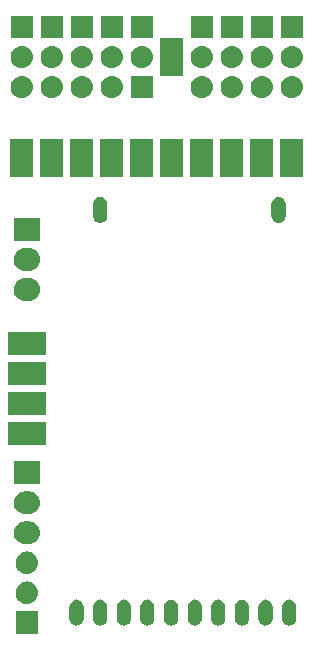
<source format=gbr>
G04 #@! TF.FileFunction,Soldermask,Bot*
%FSLAX46Y46*%
G04 Gerber Fmt 4.6, Leading zero omitted, Abs format (unit mm)*
G04 Created by KiCad (PCBNEW (2016-11-06 revision 9ab7cfe)-master) date Tue Jan 10 10:26:56 2017*
%MOMM*%
%LPD*%
G01*
G04 APERTURE LIST*
%ADD10C,0.100000*%
G04 APERTURE END LIST*
D10*
G36*
X95360000Y-106870000D02*
X93460000Y-106870000D01*
X93460000Y-104970000D01*
X95360000Y-104970000D01*
X95360000Y-106870000D01*
X95360000Y-106870000D01*
G37*
G36*
X98730549Y-103966918D02*
X98730572Y-103966925D01*
X98730647Y-103966933D01*
X98842509Y-104001560D01*
X98945516Y-104057255D01*
X99035742Y-104131897D01*
X99109753Y-104222643D01*
X99164728Y-104326036D01*
X99198573Y-104438137D01*
X99210000Y-104554678D01*
X99210000Y-105565397D01*
X99209974Y-105569104D01*
X99209942Y-105573699D01*
X99196889Y-105690069D01*
X99161481Y-105801687D01*
X99105068Y-105904302D01*
X99029798Y-105994006D01*
X98938538Y-106067381D01*
X98834764Y-106121632D01*
X98722429Y-106154694D01*
X98722368Y-106154700D01*
X98722339Y-106154708D01*
X98605816Y-106165312D01*
X98489451Y-106153082D01*
X98489428Y-106153075D01*
X98489353Y-106153067D01*
X98377491Y-106118440D01*
X98274484Y-106062745D01*
X98184258Y-105988103D01*
X98110247Y-105897357D01*
X98055272Y-105793964D01*
X98021427Y-105681863D01*
X98010000Y-105565322D01*
X98010000Y-104554603D01*
X98010030Y-104550356D01*
X98010058Y-104546301D01*
X98023111Y-104429931D01*
X98058519Y-104318313D01*
X98114932Y-104215698D01*
X98190202Y-104125994D01*
X98281462Y-104052619D01*
X98385236Y-103998368D01*
X98497571Y-103965306D01*
X98497632Y-103965300D01*
X98497661Y-103965292D01*
X98614184Y-103954688D01*
X98730549Y-103966918D01*
X98730549Y-103966918D01*
G37*
G36*
X116730549Y-103966918D02*
X116730572Y-103966925D01*
X116730647Y-103966933D01*
X116842509Y-104001560D01*
X116945516Y-104057255D01*
X117035742Y-104131897D01*
X117109753Y-104222643D01*
X117164728Y-104326036D01*
X117198573Y-104438137D01*
X117210000Y-104554678D01*
X117210000Y-105565397D01*
X117209974Y-105569104D01*
X117209942Y-105573699D01*
X117196889Y-105690069D01*
X117161481Y-105801687D01*
X117105068Y-105904302D01*
X117029798Y-105994006D01*
X116938538Y-106067381D01*
X116834764Y-106121632D01*
X116722429Y-106154694D01*
X116722368Y-106154700D01*
X116722339Y-106154708D01*
X116605816Y-106165312D01*
X116489451Y-106153082D01*
X116489428Y-106153075D01*
X116489353Y-106153067D01*
X116377491Y-106118440D01*
X116274484Y-106062745D01*
X116184258Y-105988103D01*
X116110247Y-105897357D01*
X116055272Y-105793964D01*
X116021427Y-105681863D01*
X116010000Y-105565322D01*
X116010000Y-104554603D01*
X116010030Y-104550356D01*
X116010058Y-104546301D01*
X116023111Y-104429931D01*
X116058519Y-104318313D01*
X116114932Y-104215698D01*
X116190202Y-104125994D01*
X116281462Y-104052619D01*
X116385236Y-103998368D01*
X116497571Y-103965306D01*
X116497632Y-103965300D01*
X116497661Y-103965292D01*
X116614184Y-103954688D01*
X116730549Y-103966918D01*
X116730549Y-103966918D01*
G37*
G36*
X114730549Y-103966918D02*
X114730572Y-103966925D01*
X114730647Y-103966933D01*
X114842509Y-104001560D01*
X114945516Y-104057255D01*
X115035742Y-104131897D01*
X115109753Y-104222643D01*
X115164728Y-104326036D01*
X115198573Y-104438137D01*
X115210000Y-104554678D01*
X115210000Y-105565397D01*
X115209974Y-105569104D01*
X115209942Y-105573699D01*
X115196889Y-105690069D01*
X115161481Y-105801687D01*
X115105068Y-105904302D01*
X115029798Y-105994006D01*
X114938538Y-106067381D01*
X114834764Y-106121632D01*
X114722429Y-106154694D01*
X114722368Y-106154700D01*
X114722339Y-106154708D01*
X114605816Y-106165312D01*
X114489451Y-106153082D01*
X114489428Y-106153075D01*
X114489353Y-106153067D01*
X114377491Y-106118440D01*
X114274484Y-106062745D01*
X114184258Y-105988103D01*
X114110247Y-105897357D01*
X114055272Y-105793964D01*
X114021427Y-105681863D01*
X114010000Y-105565322D01*
X114010000Y-104554603D01*
X114010030Y-104550356D01*
X114010058Y-104546301D01*
X114023111Y-104429931D01*
X114058519Y-104318313D01*
X114114932Y-104215698D01*
X114190202Y-104125994D01*
X114281462Y-104052619D01*
X114385236Y-103998368D01*
X114497571Y-103965306D01*
X114497632Y-103965300D01*
X114497661Y-103965292D01*
X114614184Y-103954688D01*
X114730549Y-103966918D01*
X114730549Y-103966918D01*
G37*
G36*
X112730549Y-103966918D02*
X112730572Y-103966925D01*
X112730647Y-103966933D01*
X112842509Y-104001560D01*
X112945516Y-104057255D01*
X113035742Y-104131897D01*
X113109753Y-104222643D01*
X113164728Y-104326036D01*
X113198573Y-104438137D01*
X113210000Y-104554678D01*
X113210000Y-105565397D01*
X113209974Y-105569104D01*
X113209942Y-105573699D01*
X113196889Y-105690069D01*
X113161481Y-105801687D01*
X113105068Y-105904302D01*
X113029798Y-105994006D01*
X112938538Y-106067381D01*
X112834764Y-106121632D01*
X112722429Y-106154694D01*
X112722368Y-106154700D01*
X112722339Y-106154708D01*
X112605816Y-106165312D01*
X112489451Y-106153082D01*
X112489428Y-106153075D01*
X112489353Y-106153067D01*
X112377491Y-106118440D01*
X112274484Y-106062745D01*
X112184258Y-105988103D01*
X112110247Y-105897357D01*
X112055272Y-105793964D01*
X112021427Y-105681863D01*
X112010000Y-105565322D01*
X112010000Y-104554603D01*
X112010030Y-104550356D01*
X112010058Y-104546301D01*
X112023111Y-104429931D01*
X112058519Y-104318313D01*
X112114932Y-104215698D01*
X112190202Y-104125994D01*
X112281462Y-104052619D01*
X112385236Y-103998368D01*
X112497571Y-103965306D01*
X112497632Y-103965300D01*
X112497661Y-103965292D01*
X112614184Y-103954688D01*
X112730549Y-103966918D01*
X112730549Y-103966918D01*
G37*
G36*
X110730549Y-103966918D02*
X110730572Y-103966925D01*
X110730647Y-103966933D01*
X110842509Y-104001560D01*
X110945516Y-104057255D01*
X111035742Y-104131897D01*
X111109753Y-104222643D01*
X111164728Y-104326036D01*
X111198573Y-104438137D01*
X111210000Y-104554678D01*
X111210000Y-105565397D01*
X111209974Y-105569104D01*
X111209942Y-105573699D01*
X111196889Y-105690069D01*
X111161481Y-105801687D01*
X111105068Y-105904302D01*
X111029798Y-105994006D01*
X110938538Y-106067381D01*
X110834764Y-106121632D01*
X110722429Y-106154694D01*
X110722368Y-106154700D01*
X110722339Y-106154708D01*
X110605816Y-106165312D01*
X110489451Y-106153082D01*
X110489428Y-106153075D01*
X110489353Y-106153067D01*
X110377491Y-106118440D01*
X110274484Y-106062745D01*
X110184258Y-105988103D01*
X110110247Y-105897357D01*
X110055272Y-105793964D01*
X110021427Y-105681863D01*
X110010000Y-105565322D01*
X110010000Y-104554603D01*
X110010030Y-104550356D01*
X110010058Y-104546301D01*
X110023111Y-104429931D01*
X110058519Y-104318313D01*
X110114932Y-104215698D01*
X110190202Y-104125994D01*
X110281462Y-104052619D01*
X110385236Y-103998368D01*
X110497571Y-103965306D01*
X110497632Y-103965300D01*
X110497661Y-103965292D01*
X110614184Y-103954688D01*
X110730549Y-103966918D01*
X110730549Y-103966918D01*
G37*
G36*
X106730549Y-103966918D02*
X106730572Y-103966925D01*
X106730647Y-103966933D01*
X106842509Y-104001560D01*
X106945516Y-104057255D01*
X107035742Y-104131897D01*
X107109753Y-104222643D01*
X107164728Y-104326036D01*
X107198573Y-104438137D01*
X107210000Y-104554678D01*
X107210000Y-105565397D01*
X107209974Y-105569104D01*
X107209942Y-105573699D01*
X107196889Y-105690069D01*
X107161481Y-105801687D01*
X107105068Y-105904302D01*
X107029798Y-105994006D01*
X106938538Y-106067381D01*
X106834764Y-106121632D01*
X106722429Y-106154694D01*
X106722368Y-106154700D01*
X106722339Y-106154708D01*
X106605816Y-106165312D01*
X106489451Y-106153082D01*
X106489428Y-106153075D01*
X106489353Y-106153067D01*
X106377491Y-106118440D01*
X106274484Y-106062745D01*
X106184258Y-105988103D01*
X106110247Y-105897357D01*
X106055272Y-105793964D01*
X106021427Y-105681863D01*
X106010000Y-105565322D01*
X106010000Y-104554603D01*
X106010030Y-104550356D01*
X106010058Y-104546301D01*
X106023111Y-104429931D01*
X106058519Y-104318313D01*
X106114932Y-104215698D01*
X106190202Y-104125994D01*
X106281462Y-104052619D01*
X106385236Y-103998368D01*
X106497571Y-103965306D01*
X106497632Y-103965300D01*
X106497661Y-103965292D01*
X106614184Y-103954688D01*
X106730549Y-103966918D01*
X106730549Y-103966918D01*
G37*
G36*
X104730549Y-103966918D02*
X104730572Y-103966925D01*
X104730647Y-103966933D01*
X104842509Y-104001560D01*
X104945516Y-104057255D01*
X105035742Y-104131897D01*
X105109753Y-104222643D01*
X105164728Y-104326036D01*
X105198573Y-104438137D01*
X105210000Y-104554678D01*
X105210000Y-105565397D01*
X105209974Y-105569104D01*
X105209942Y-105573699D01*
X105196889Y-105690069D01*
X105161481Y-105801687D01*
X105105068Y-105904302D01*
X105029798Y-105994006D01*
X104938538Y-106067381D01*
X104834764Y-106121632D01*
X104722429Y-106154694D01*
X104722368Y-106154700D01*
X104722339Y-106154708D01*
X104605816Y-106165312D01*
X104489451Y-106153082D01*
X104489428Y-106153075D01*
X104489353Y-106153067D01*
X104377491Y-106118440D01*
X104274484Y-106062745D01*
X104184258Y-105988103D01*
X104110247Y-105897357D01*
X104055272Y-105793964D01*
X104021427Y-105681863D01*
X104010000Y-105565322D01*
X104010000Y-104554603D01*
X104010030Y-104550356D01*
X104010058Y-104546301D01*
X104023111Y-104429931D01*
X104058519Y-104318313D01*
X104114932Y-104215698D01*
X104190202Y-104125994D01*
X104281462Y-104052619D01*
X104385236Y-103998368D01*
X104497571Y-103965306D01*
X104497632Y-103965300D01*
X104497661Y-103965292D01*
X104614184Y-103954688D01*
X104730549Y-103966918D01*
X104730549Y-103966918D01*
G37*
G36*
X102730549Y-103966918D02*
X102730572Y-103966925D01*
X102730647Y-103966933D01*
X102842509Y-104001560D01*
X102945516Y-104057255D01*
X103035742Y-104131897D01*
X103109753Y-104222643D01*
X103164728Y-104326036D01*
X103198573Y-104438137D01*
X103210000Y-104554678D01*
X103210000Y-105565397D01*
X103209974Y-105569104D01*
X103209942Y-105573699D01*
X103196889Y-105690069D01*
X103161481Y-105801687D01*
X103105068Y-105904302D01*
X103029798Y-105994006D01*
X102938538Y-106067381D01*
X102834764Y-106121632D01*
X102722429Y-106154694D01*
X102722368Y-106154700D01*
X102722339Y-106154708D01*
X102605816Y-106165312D01*
X102489451Y-106153082D01*
X102489428Y-106153075D01*
X102489353Y-106153067D01*
X102377491Y-106118440D01*
X102274484Y-106062745D01*
X102184258Y-105988103D01*
X102110247Y-105897357D01*
X102055272Y-105793964D01*
X102021427Y-105681863D01*
X102010000Y-105565322D01*
X102010000Y-104554603D01*
X102010030Y-104550356D01*
X102010058Y-104546301D01*
X102023111Y-104429931D01*
X102058519Y-104318313D01*
X102114932Y-104215698D01*
X102190202Y-104125994D01*
X102281462Y-104052619D01*
X102385236Y-103998368D01*
X102497571Y-103965306D01*
X102497632Y-103965300D01*
X102497661Y-103965292D01*
X102614184Y-103954688D01*
X102730549Y-103966918D01*
X102730549Y-103966918D01*
G37*
G36*
X108730549Y-103966918D02*
X108730572Y-103966925D01*
X108730647Y-103966933D01*
X108842509Y-104001560D01*
X108945516Y-104057255D01*
X109035742Y-104131897D01*
X109109753Y-104222643D01*
X109164728Y-104326036D01*
X109198573Y-104438137D01*
X109210000Y-104554678D01*
X109210000Y-105565397D01*
X109209974Y-105569104D01*
X109209942Y-105573699D01*
X109196889Y-105690069D01*
X109161481Y-105801687D01*
X109105068Y-105904302D01*
X109029798Y-105994006D01*
X108938538Y-106067381D01*
X108834764Y-106121632D01*
X108722429Y-106154694D01*
X108722368Y-106154700D01*
X108722339Y-106154708D01*
X108605816Y-106165312D01*
X108489451Y-106153082D01*
X108489428Y-106153075D01*
X108489353Y-106153067D01*
X108377491Y-106118440D01*
X108274484Y-106062745D01*
X108184258Y-105988103D01*
X108110247Y-105897357D01*
X108055272Y-105793964D01*
X108021427Y-105681863D01*
X108010000Y-105565322D01*
X108010000Y-104554603D01*
X108010030Y-104550356D01*
X108010058Y-104546301D01*
X108023111Y-104429931D01*
X108058519Y-104318313D01*
X108114932Y-104215698D01*
X108190202Y-104125994D01*
X108281462Y-104052619D01*
X108385236Y-103998368D01*
X108497571Y-103965306D01*
X108497632Y-103965300D01*
X108497661Y-103965292D01*
X108614184Y-103954688D01*
X108730549Y-103966918D01*
X108730549Y-103966918D01*
G37*
G36*
X100730549Y-103966918D02*
X100730572Y-103966925D01*
X100730647Y-103966933D01*
X100842509Y-104001560D01*
X100945516Y-104057255D01*
X101035742Y-104131897D01*
X101109753Y-104222643D01*
X101164728Y-104326036D01*
X101198573Y-104438137D01*
X101210000Y-104554678D01*
X101210000Y-105565397D01*
X101209974Y-105569104D01*
X101209942Y-105573699D01*
X101196889Y-105690069D01*
X101161481Y-105801687D01*
X101105068Y-105904302D01*
X101029798Y-105994006D01*
X100938538Y-106067381D01*
X100834764Y-106121632D01*
X100722429Y-106154694D01*
X100722368Y-106154700D01*
X100722339Y-106154708D01*
X100605816Y-106165312D01*
X100489451Y-106153082D01*
X100489428Y-106153075D01*
X100489353Y-106153067D01*
X100377491Y-106118440D01*
X100274484Y-106062745D01*
X100184258Y-105988103D01*
X100110247Y-105897357D01*
X100055272Y-105793964D01*
X100021427Y-105681863D01*
X100010000Y-105565322D01*
X100010000Y-104554603D01*
X100010030Y-104550356D01*
X100010058Y-104546301D01*
X100023111Y-104429931D01*
X100058519Y-104318313D01*
X100114932Y-104215698D01*
X100190202Y-104125994D01*
X100281462Y-104052619D01*
X100385236Y-103998368D01*
X100497571Y-103965306D01*
X100497632Y-103965300D01*
X100497661Y-103965292D01*
X100614184Y-103954688D01*
X100730549Y-103966918D01*
X100730549Y-103966918D01*
G37*
G36*
X94423805Y-102430064D02*
X94423810Y-102430065D01*
X94427861Y-102430093D01*
X94612113Y-102450760D01*
X94788842Y-102506821D01*
X94951316Y-102596142D01*
X95093346Y-102715320D01*
X95209523Y-102859815D01*
X95295422Y-103024124D01*
X95347770Y-103201988D01*
X95347776Y-103202049D01*
X95347784Y-103202078D01*
X95364578Y-103386627D01*
X95345208Y-103570926D01*
X95345201Y-103570949D01*
X95345193Y-103571024D01*
X95290367Y-103748140D01*
X95202183Y-103911233D01*
X95083999Y-104054092D01*
X94940319Y-104171275D01*
X94776614Y-104258319D01*
X94599120Y-104311907D01*
X94414597Y-104330000D01*
X94405328Y-104330000D01*
X94396195Y-104329936D01*
X94396190Y-104329935D01*
X94392139Y-104329907D01*
X94207887Y-104309240D01*
X94031158Y-104253179D01*
X93868684Y-104163858D01*
X93726654Y-104044680D01*
X93610477Y-103900185D01*
X93524578Y-103735876D01*
X93472230Y-103558012D01*
X93472224Y-103557951D01*
X93472216Y-103557922D01*
X93455422Y-103373373D01*
X93474792Y-103189074D01*
X93474799Y-103189051D01*
X93474807Y-103188976D01*
X93529633Y-103011860D01*
X93617817Y-102848767D01*
X93736001Y-102705908D01*
X93879681Y-102588725D01*
X94043386Y-102501681D01*
X94220880Y-102448093D01*
X94405403Y-102430000D01*
X94414672Y-102430000D01*
X94423805Y-102430064D01*
X94423805Y-102430064D01*
G37*
G36*
X94423805Y-99890064D02*
X94423810Y-99890065D01*
X94427861Y-99890093D01*
X94612113Y-99910760D01*
X94788842Y-99966821D01*
X94951316Y-100056142D01*
X95093346Y-100175320D01*
X95209523Y-100319815D01*
X95295422Y-100484124D01*
X95347770Y-100661988D01*
X95347776Y-100662049D01*
X95347784Y-100662078D01*
X95364578Y-100846627D01*
X95345208Y-101030926D01*
X95345201Y-101030949D01*
X95345193Y-101031024D01*
X95290367Y-101208140D01*
X95202183Y-101371233D01*
X95083999Y-101514092D01*
X94940319Y-101631275D01*
X94776614Y-101718319D01*
X94599120Y-101771907D01*
X94414597Y-101790000D01*
X94405328Y-101790000D01*
X94396195Y-101789936D01*
X94396190Y-101789935D01*
X94392139Y-101789907D01*
X94207887Y-101769240D01*
X94031158Y-101713179D01*
X93868684Y-101623858D01*
X93726654Y-101504680D01*
X93610477Y-101360185D01*
X93524578Y-101195876D01*
X93472230Y-101018012D01*
X93472224Y-101017951D01*
X93472216Y-101017922D01*
X93455422Y-100833373D01*
X93474792Y-100649074D01*
X93474799Y-100649051D01*
X93474807Y-100648976D01*
X93529633Y-100471860D01*
X93617817Y-100308767D01*
X93736001Y-100165908D01*
X93879681Y-100048725D01*
X94043386Y-99961681D01*
X94220880Y-99908093D01*
X94405403Y-99890000D01*
X94414672Y-99890000D01*
X94423805Y-99890064D01*
X94423805Y-99890064D01*
G37*
G36*
X94577196Y-97336465D02*
X94577202Y-97336466D01*
X94581254Y-97336494D01*
X94768144Y-97357457D01*
X94947402Y-97414321D01*
X95112202Y-97504921D01*
X95256266Y-97625804D01*
X95374106Y-97772368D01*
X95461234Y-97939029D01*
X95514332Y-98119439D01*
X95514338Y-98119500D01*
X95514346Y-98119529D01*
X95531381Y-98306722D01*
X95511733Y-98493662D01*
X95511727Y-98493681D01*
X95511719Y-98493759D01*
X95456107Y-98673410D01*
X95366661Y-98838838D01*
X95246786Y-98983742D01*
X95101048Y-99102603D01*
X94934999Y-99190893D01*
X94754964Y-99245248D01*
X94567800Y-99263600D01*
X94252130Y-99263600D01*
X94242804Y-99263535D01*
X94242798Y-99263534D01*
X94238746Y-99263506D01*
X94051856Y-99242543D01*
X93872598Y-99185679D01*
X93707798Y-99095079D01*
X93563734Y-98974196D01*
X93445894Y-98827632D01*
X93358766Y-98660971D01*
X93305668Y-98480561D01*
X93305662Y-98480500D01*
X93305654Y-98480471D01*
X93288619Y-98293278D01*
X93308267Y-98106338D01*
X93308273Y-98106319D01*
X93308281Y-98106241D01*
X93363893Y-97926590D01*
X93453339Y-97761162D01*
X93573214Y-97616258D01*
X93718952Y-97497397D01*
X93885001Y-97409107D01*
X94065036Y-97354752D01*
X94252200Y-97336400D01*
X94567870Y-97336400D01*
X94577196Y-97336465D01*
X94577196Y-97336465D01*
G37*
G36*
X94577196Y-94796465D02*
X94577202Y-94796466D01*
X94581254Y-94796494D01*
X94768144Y-94817457D01*
X94947402Y-94874321D01*
X95112202Y-94964921D01*
X95256266Y-95085804D01*
X95374106Y-95232368D01*
X95461234Y-95399029D01*
X95514332Y-95579439D01*
X95514338Y-95579500D01*
X95514346Y-95579529D01*
X95531381Y-95766722D01*
X95511733Y-95953662D01*
X95511727Y-95953681D01*
X95511719Y-95953759D01*
X95456107Y-96133410D01*
X95366661Y-96298838D01*
X95246786Y-96443742D01*
X95101048Y-96562603D01*
X94934999Y-96650893D01*
X94754964Y-96705248D01*
X94567800Y-96723600D01*
X94252130Y-96723600D01*
X94242804Y-96723535D01*
X94242798Y-96723534D01*
X94238746Y-96723506D01*
X94051856Y-96702543D01*
X93872598Y-96645679D01*
X93707798Y-96555079D01*
X93563734Y-96434196D01*
X93445894Y-96287632D01*
X93358766Y-96120971D01*
X93305668Y-95940561D01*
X93305662Y-95940500D01*
X93305654Y-95940471D01*
X93288619Y-95753278D01*
X93308267Y-95566338D01*
X93308273Y-95566319D01*
X93308281Y-95566241D01*
X93363893Y-95386590D01*
X93453339Y-95221162D01*
X93573214Y-95076258D01*
X93718952Y-94957397D01*
X93885001Y-94869107D01*
X94065036Y-94814752D01*
X94252200Y-94796400D01*
X94567870Y-94796400D01*
X94577196Y-94796465D01*
X94577196Y-94796465D01*
G37*
G36*
X95526000Y-94183600D02*
X93294000Y-94183600D01*
X93294000Y-92256400D01*
X95526000Y-92256400D01*
X95526000Y-94183600D01*
X95526000Y-94183600D01*
G37*
G36*
X96010000Y-90863600D02*
X92810000Y-90863600D01*
X92810000Y-88936400D01*
X96010000Y-88936400D01*
X96010000Y-90863600D01*
X96010000Y-90863600D01*
G37*
G36*
X96010000Y-88323600D02*
X92810000Y-88323600D01*
X92810000Y-86396400D01*
X96010000Y-86396400D01*
X96010000Y-88323600D01*
X96010000Y-88323600D01*
G37*
G36*
X96010000Y-85783600D02*
X92810000Y-85783600D01*
X92810000Y-83856400D01*
X96010000Y-83856400D01*
X96010000Y-85783600D01*
X96010000Y-85783600D01*
G37*
G36*
X96010000Y-83243600D02*
X92810000Y-83243600D01*
X92810000Y-81316400D01*
X96010000Y-81316400D01*
X96010000Y-83243600D01*
X96010000Y-83243600D01*
G37*
G36*
X94577196Y-76736465D02*
X94577202Y-76736466D01*
X94581254Y-76736494D01*
X94768144Y-76757457D01*
X94947402Y-76814321D01*
X95112202Y-76904921D01*
X95256266Y-77025804D01*
X95374106Y-77172368D01*
X95461234Y-77339029D01*
X95514332Y-77519439D01*
X95514338Y-77519500D01*
X95514346Y-77519529D01*
X95531381Y-77706722D01*
X95511733Y-77893662D01*
X95511727Y-77893681D01*
X95511719Y-77893759D01*
X95456107Y-78073410D01*
X95366661Y-78238838D01*
X95246786Y-78383742D01*
X95101048Y-78502603D01*
X94934999Y-78590893D01*
X94754964Y-78645248D01*
X94567800Y-78663600D01*
X94252130Y-78663600D01*
X94242804Y-78663535D01*
X94242798Y-78663534D01*
X94238746Y-78663506D01*
X94051856Y-78642543D01*
X93872598Y-78585679D01*
X93707798Y-78495079D01*
X93563734Y-78374196D01*
X93445894Y-78227632D01*
X93358766Y-78060971D01*
X93305668Y-77880561D01*
X93305662Y-77880500D01*
X93305654Y-77880471D01*
X93288619Y-77693278D01*
X93308267Y-77506338D01*
X93308273Y-77506319D01*
X93308281Y-77506241D01*
X93363893Y-77326590D01*
X93453339Y-77161162D01*
X93573214Y-77016258D01*
X93718952Y-76897397D01*
X93885001Y-76809107D01*
X94065036Y-76754752D01*
X94252200Y-76736400D01*
X94567870Y-76736400D01*
X94577196Y-76736465D01*
X94577196Y-76736465D01*
G37*
G36*
X94577196Y-74196465D02*
X94577202Y-74196466D01*
X94581254Y-74196494D01*
X94768144Y-74217457D01*
X94947402Y-74274321D01*
X95112202Y-74364921D01*
X95256266Y-74485804D01*
X95374106Y-74632368D01*
X95461234Y-74799029D01*
X95514332Y-74979439D01*
X95514338Y-74979500D01*
X95514346Y-74979529D01*
X95531381Y-75166722D01*
X95511733Y-75353662D01*
X95511727Y-75353681D01*
X95511719Y-75353759D01*
X95456107Y-75533410D01*
X95366661Y-75698838D01*
X95246786Y-75843742D01*
X95101048Y-75962603D01*
X94934999Y-76050893D01*
X94754964Y-76105248D01*
X94567800Y-76123600D01*
X94252130Y-76123600D01*
X94242804Y-76123535D01*
X94242798Y-76123534D01*
X94238746Y-76123506D01*
X94051856Y-76102543D01*
X93872598Y-76045679D01*
X93707798Y-75955079D01*
X93563734Y-75834196D01*
X93445894Y-75687632D01*
X93358766Y-75520971D01*
X93305668Y-75340561D01*
X93305662Y-75340500D01*
X93305654Y-75340471D01*
X93288619Y-75153278D01*
X93308267Y-74966338D01*
X93308273Y-74966319D01*
X93308281Y-74966241D01*
X93363893Y-74786590D01*
X93453339Y-74621162D01*
X93573214Y-74476258D01*
X93718952Y-74357397D01*
X93885001Y-74269107D01*
X94065036Y-74214752D01*
X94252200Y-74196400D01*
X94567870Y-74196400D01*
X94577196Y-74196465D01*
X94577196Y-74196465D01*
G37*
G36*
X95526000Y-73583600D02*
X93294000Y-73583600D01*
X93294000Y-71656400D01*
X95526000Y-71656400D01*
X95526000Y-73583600D01*
X95526000Y-73583600D01*
G37*
G36*
X100730549Y-69866918D02*
X100730572Y-69866925D01*
X100730647Y-69866933D01*
X100842509Y-69901560D01*
X100945516Y-69957255D01*
X101035742Y-70031897D01*
X101109753Y-70122643D01*
X101164728Y-70226036D01*
X101198573Y-70338137D01*
X101210000Y-70454678D01*
X101210000Y-71465397D01*
X101209974Y-71469104D01*
X101209942Y-71473699D01*
X101196889Y-71590069D01*
X101161481Y-71701687D01*
X101105068Y-71804302D01*
X101029798Y-71894006D01*
X100938538Y-71967381D01*
X100834764Y-72021632D01*
X100722429Y-72054694D01*
X100722368Y-72054700D01*
X100722339Y-72054708D01*
X100605816Y-72065312D01*
X100489451Y-72053082D01*
X100489428Y-72053075D01*
X100489353Y-72053067D01*
X100377491Y-72018440D01*
X100274484Y-71962745D01*
X100184258Y-71888103D01*
X100110247Y-71797357D01*
X100055272Y-71693964D01*
X100021427Y-71581863D01*
X100010000Y-71465322D01*
X100010000Y-70454603D01*
X100010030Y-70450356D01*
X100010058Y-70446301D01*
X100023111Y-70329931D01*
X100058519Y-70218313D01*
X100114932Y-70115698D01*
X100190202Y-70025994D01*
X100281462Y-69952619D01*
X100385236Y-69898368D01*
X100497571Y-69865306D01*
X100497632Y-69865300D01*
X100497661Y-69865292D01*
X100614184Y-69854688D01*
X100730549Y-69866918D01*
X100730549Y-69866918D01*
G37*
G36*
X115830549Y-69866918D02*
X115830572Y-69866925D01*
X115830647Y-69866933D01*
X115942509Y-69901560D01*
X116045516Y-69957255D01*
X116135742Y-70031897D01*
X116209753Y-70122643D01*
X116264728Y-70226036D01*
X116298573Y-70338137D01*
X116310000Y-70454678D01*
X116310000Y-71465397D01*
X116309974Y-71469104D01*
X116309942Y-71473699D01*
X116296889Y-71590069D01*
X116261481Y-71701687D01*
X116205068Y-71804302D01*
X116129798Y-71894006D01*
X116038538Y-71967381D01*
X115934764Y-72021632D01*
X115822429Y-72054694D01*
X115822368Y-72054700D01*
X115822339Y-72054708D01*
X115705816Y-72065312D01*
X115589451Y-72053082D01*
X115589428Y-72053075D01*
X115589353Y-72053067D01*
X115477491Y-72018440D01*
X115374484Y-71962745D01*
X115284258Y-71888103D01*
X115210247Y-71797357D01*
X115155272Y-71693964D01*
X115121427Y-71581863D01*
X115110000Y-71465322D01*
X115110000Y-70454603D01*
X115110030Y-70450356D01*
X115110058Y-70446301D01*
X115123111Y-70329931D01*
X115158519Y-70218313D01*
X115214932Y-70115698D01*
X115290202Y-70025994D01*
X115381462Y-69952619D01*
X115485236Y-69898368D01*
X115597571Y-69865306D01*
X115597632Y-69865300D01*
X115597661Y-69865292D01*
X115714184Y-69854688D01*
X115830549Y-69866918D01*
X115830549Y-69866918D01*
G37*
G36*
X112723600Y-68148000D02*
X110796400Y-68148000D01*
X110796400Y-64948000D01*
X112723600Y-64948000D01*
X112723600Y-68148000D01*
X112723600Y-68148000D01*
G37*
G36*
X117803600Y-68148000D02*
X115876400Y-68148000D01*
X115876400Y-64948000D01*
X117803600Y-64948000D01*
X117803600Y-68148000D01*
X117803600Y-68148000D01*
G37*
G36*
X115263600Y-68148000D02*
X113336400Y-68148000D01*
X113336400Y-64948000D01*
X115263600Y-64948000D01*
X115263600Y-68148000D01*
X115263600Y-68148000D01*
G37*
G36*
X110183600Y-68148000D02*
X108256400Y-68148000D01*
X108256400Y-64948000D01*
X110183600Y-64948000D01*
X110183600Y-68148000D01*
X110183600Y-68148000D01*
G37*
G36*
X105103600Y-68148000D02*
X103176400Y-68148000D01*
X103176400Y-64948000D01*
X105103600Y-64948000D01*
X105103600Y-68148000D01*
X105103600Y-68148000D01*
G37*
G36*
X100023600Y-68148000D02*
X98096400Y-68148000D01*
X98096400Y-64948000D01*
X100023600Y-64948000D01*
X100023600Y-68148000D01*
X100023600Y-68148000D01*
G37*
G36*
X97483600Y-68148000D02*
X95556400Y-68148000D01*
X95556400Y-64948000D01*
X97483600Y-64948000D01*
X97483600Y-68148000D01*
X97483600Y-68148000D01*
G37*
G36*
X94943600Y-68148000D02*
X93016400Y-68148000D01*
X93016400Y-64948000D01*
X94943600Y-64948000D01*
X94943600Y-68148000D01*
X94943600Y-68148000D01*
G37*
G36*
X102563600Y-68148000D02*
X100636400Y-68148000D01*
X100636400Y-64948000D01*
X102563600Y-64948000D01*
X102563600Y-68148000D01*
X102563600Y-68148000D01*
G37*
G36*
X107643600Y-68148000D02*
X105716400Y-68148000D01*
X105716400Y-64948000D01*
X107643600Y-64948000D01*
X107643600Y-68148000D01*
X107643600Y-68148000D01*
G37*
G36*
X99073805Y-59610064D02*
X99073810Y-59610065D01*
X99077861Y-59610093D01*
X99262113Y-59630760D01*
X99438842Y-59686821D01*
X99601316Y-59776142D01*
X99743346Y-59895320D01*
X99859523Y-60039815D01*
X99945422Y-60204124D01*
X99997770Y-60381988D01*
X99997776Y-60382049D01*
X99997784Y-60382078D01*
X100014578Y-60566627D01*
X99995208Y-60750926D01*
X99995201Y-60750949D01*
X99995193Y-60751024D01*
X99940367Y-60928140D01*
X99852183Y-61091233D01*
X99733999Y-61234092D01*
X99590319Y-61351275D01*
X99426614Y-61438319D01*
X99249120Y-61491907D01*
X99064597Y-61510000D01*
X99055328Y-61510000D01*
X99046195Y-61509936D01*
X99046190Y-61509935D01*
X99042139Y-61509907D01*
X98857887Y-61489240D01*
X98681158Y-61433179D01*
X98518684Y-61343858D01*
X98376654Y-61224680D01*
X98260477Y-61080185D01*
X98174578Y-60915876D01*
X98122230Y-60738012D01*
X98122224Y-60737951D01*
X98122216Y-60737922D01*
X98105422Y-60553373D01*
X98124792Y-60369074D01*
X98124799Y-60369051D01*
X98124807Y-60368976D01*
X98179633Y-60191860D01*
X98267817Y-60028767D01*
X98386001Y-59885908D01*
X98529681Y-59768725D01*
X98693386Y-59681681D01*
X98870880Y-59628093D01*
X99055403Y-59610000D01*
X99064672Y-59610000D01*
X99073805Y-59610064D01*
X99073805Y-59610064D01*
G37*
G36*
X116853805Y-59610064D02*
X116853810Y-59610065D01*
X116857861Y-59610093D01*
X117042113Y-59630760D01*
X117218842Y-59686821D01*
X117381316Y-59776142D01*
X117523346Y-59895320D01*
X117639523Y-60039815D01*
X117725422Y-60204124D01*
X117777770Y-60381988D01*
X117777776Y-60382049D01*
X117777784Y-60382078D01*
X117794578Y-60566627D01*
X117775208Y-60750926D01*
X117775201Y-60750949D01*
X117775193Y-60751024D01*
X117720367Y-60928140D01*
X117632183Y-61091233D01*
X117513999Y-61234092D01*
X117370319Y-61351275D01*
X117206614Y-61438319D01*
X117029120Y-61491907D01*
X116844597Y-61510000D01*
X116835328Y-61510000D01*
X116826195Y-61509936D01*
X116826190Y-61509935D01*
X116822139Y-61509907D01*
X116637887Y-61489240D01*
X116461158Y-61433179D01*
X116298684Y-61343858D01*
X116156654Y-61224680D01*
X116040477Y-61080185D01*
X115954578Y-60915876D01*
X115902230Y-60738012D01*
X115902224Y-60737951D01*
X115902216Y-60737922D01*
X115885422Y-60553373D01*
X115904792Y-60369074D01*
X115904799Y-60369051D01*
X115904807Y-60368976D01*
X115959633Y-60191860D01*
X116047817Y-60028767D01*
X116166001Y-59885908D01*
X116309681Y-59768725D01*
X116473386Y-59681681D01*
X116650880Y-59628093D01*
X116835403Y-59610000D01*
X116844672Y-59610000D01*
X116853805Y-59610064D01*
X116853805Y-59610064D01*
G37*
G36*
X93993805Y-59610064D02*
X93993810Y-59610065D01*
X93997861Y-59610093D01*
X94182113Y-59630760D01*
X94358842Y-59686821D01*
X94521316Y-59776142D01*
X94663346Y-59895320D01*
X94779523Y-60039815D01*
X94865422Y-60204124D01*
X94917770Y-60381988D01*
X94917776Y-60382049D01*
X94917784Y-60382078D01*
X94934578Y-60566627D01*
X94915208Y-60750926D01*
X94915201Y-60750949D01*
X94915193Y-60751024D01*
X94860367Y-60928140D01*
X94772183Y-61091233D01*
X94653999Y-61234092D01*
X94510319Y-61351275D01*
X94346614Y-61438319D01*
X94169120Y-61491907D01*
X93984597Y-61510000D01*
X93975328Y-61510000D01*
X93966195Y-61509936D01*
X93966190Y-61509935D01*
X93962139Y-61509907D01*
X93777887Y-61489240D01*
X93601158Y-61433179D01*
X93438684Y-61343858D01*
X93296654Y-61224680D01*
X93180477Y-61080185D01*
X93094578Y-60915876D01*
X93042230Y-60738012D01*
X93042224Y-60737951D01*
X93042216Y-60737922D01*
X93025422Y-60553373D01*
X93044792Y-60369074D01*
X93044799Y-60369051D01*
X93044807Y-60368976D01*
X93099633Y-60191860D01*
X93187817Y-60028767D01*
X93306001Y-59885908D01*
X93449681Y-59768725D01*
X93613386Y-59681681D01*
X93790880Y-59628093D01*
X93975403Y-59610000D01*
X93984672Y-59610000D01*
X93993805Y-59610064D01*
X93993805Y-59610064D01*
G37*
G36*
X96533805Y-59610064D02*
X96533810Y-59610065D01*
X96537861Y-59610093D01*
X96722113Y-59630760D01*
X96898842Y-59686821D01*
X97061316Y-59776142D01*
X97203346Y-59895320D01*
X97319523Y-60039815D01*
X97405422Y-60204124D01*
X97457770Y-60381988D01*
X97457776Y-60382049D01*
X97457784Y-60382078D01*
X97474578Y-60566627D01*
X97455208Y-60750926D01*
X97455201Y-60750949D01*
X97455193Y-60751024D01*
X97400367Y-60928140D01*
X97312183Y-61091233D01*
X97193999Y-61234092D01*
X97050319Y-61351275D01*
X96886614Y-61438319D01*
X96709120Y-61491907D01*
X96524597Y-61510000D01*
X96515328Y-61510000D01*
X96506195Y-61509936D01*
X96506190Y-61509935D01*
X96502139Y-61509907D01*
X96317887Y-61489240D01*
X96141158Y-61433179D01*
X95978684Y-61343858D01*
X95836654Y-61224680D01*
X95720477Y-61080185D01*
X95634578Y-60915876D01*
X95582230Y-60738012D01*
X95582224Y-60737951D01*
X95582216Y-60737922D01*
X95565422Y-60553373D01*
X95584792Y-60369074D01*
X95584799Y-60369051D01*
X95584807Y-60368976D01*
X95639633Y-60191860D01*
X95727817Y-60028767D01*
X95846001Y-59885908D01*
X95989681Y-59768725D01*
X96153386Y-59681681D01*
X96330880Y-59628093D01*
X96515403Y-59610000D01*
X96524672Y-59610000D01*
X96533805Y-59610064D01*
X96533805Y-59610064D01*
G37*
G36*
X101613805Y-59610064D02*
X101613810Y-59610065D01*
X101617861Y-59610093D01*
X101802113Y-59630760D01*
X101978842Y-59686821D01*
X102141316Y-59776142D01*
X102283346Y-59895320D01*
X102399523Y-60039815D01*
X102485422Y-60204124D01*
X102537770Y-60381988D01*
X102537776Y-60382049D01*
X102537784Y-60382078D01*
X102554578Y-60566627D01*
X102535208Y-60750926D01*
X102535201Y-60750949D01*
X102535193Y-60751024D01*
X102480367Y-60928140D01*
X102392183Y-61091233D01*
X102273999Y-61234092D01*
X102130319Y-61351275D01*
X101966614Y-61438319D01*
X101789120Y-61491907D01*
X101604597Y-61510000D01*
X101595328Y-61510000D01*
X101586195Y-61509936D01*
X101586190Y-61509935D01*
X101582139Y-61509907D01*
X101397887Y-61489240D01*
X101221158Y-61433179D01*
X101058684Y-61343858D01*
X100916654Y-61224680D01*
X100800477Y-61080185D01*
X100714578Y-60915876D01*
X100662230Y-60738012D01*
X100662224Y-60737951D01*
X100662216Y-60737922D01*
X100645422Y-60553373D01*
X100664792Y-60369074D01*
X100664799Y-60369051D01*
X100664807Y-60368976D01*
X100719633Y-60191860D01*
X100807817Y-60028767D01*
X100926001Y-59885908D01*
X101069681Y-59768725D01*
X101233386Y-59681681D01*
X101410880Y-59628093D01*
X101595403Y-59610000D01*
X101604672Y-59610000D01*
X101613805Y-59610064D01*
X101613805Y-59610064D01*
G37*
G36*
X114313805Y-59610064D02*
X114313810Y-59610065D01*
X114317861Y-59610093D01*
X114502113Y-59630760D01*
X114678842Y-59686821D01*
X114841316Y-59776142D01*
X114983346Y-59895320D01*
X115099523Y-60039815D01*
X115185422Y-60204124D01*
X115237770Y-60381988D01*
X115237776Y-60382049D01*
X115237784Y-60382078D01*
X115254578Y-60566627D01*
X115235208Y-60750926D01*
X115235201Y-60750949D01*
X115235193Y-60751024D01*
X115180367Y-60928140D01*
X115092183Y-61091233D01*
X114973999Y-61234092D01*
X114830319Y-61351275D01*
X114666614Y-61438319D01*
X114489120Y-61491907D01*
X114304597Y-61510000D01*
X114295328Y-61510000D01*
X114286195Y-61509936D01*
X114286190Y-61509935D01*
X114282139Y-61509907D01*
X114097887Y-61489240D01*
X113921158Y-61433179D01*
X113758684Y-61343858D01*
X113616654Y-61224680D01*
X113500477Y-61080185D01*
X113414578Y-60915876D01*
X113362230Y-60738012D01*
X113362224Y-60737951D01*
X113362216Y-60737922D01*
X113345422Y-60553373D01*
X113364792Y-60369074D01*
X113364799Y-60369051D01*
X113364807Y-60368976D01*
X113419633Y-60191860D01*
X113507817Y-60028767D01*
X113626001Y-59885908D01*
X113769681Y-59768725D01*
X113933386Y-59681681D01*
X114110880Y-59628093D01*
X114295403Y-59610000D01*
X114304672Y-59610000D01*
X114313805Y-59610064D01*
X114313805Y-59610064D01*
G37*
G36*
X109233805Y-59610064D02*
X109233810Y-59610065D01*
X109237861Y-59610093D01*
X109422113Y-59630760D01*
X109598842Y-59686821D01*
X109761316Y-59776142D01*
X109903346Y-59895320D01*
X110019523Y-60039815D01*
X110105422Y-60204124D01*
X110157770Y-60381988D01*
X110157776Y-60382049D01*
X110157784Y-60382078D01*
X110174578Y-60566627D01*
X110155208Y-60750926D01*
X110155201Y-60750949D01*
X110155193Y-60751024D01*
X110100367Y-60928140D01*
X110012183Y-61091233D01*
X109893999Y-61234092D01*
X109750319Y-61351275D01*
X109586614Y-61438319D01*
X109409120Y-61491907D01*
X109224597Y-61510000D01*
X109215328Y-61510000D01*
X109206195Y-61509936D01*
X109206190Y-61509935D01*
X109202139Y-61509907D01*
X109017887Y-61489240D01*
X108841158Y-61433179D01*
X108678684Y-61343858D01*
X108536654Y-61224680D01*
X108420477Y-61080185D01*
X108334578Y-60915876D01*
X108282230Y-60738012D01*
X108282224Y-60737951D01*
X108282216Y-60737922D01*
X108265422Y-60553373D01*
X108284792Y-60369074D01*
X108284799Y-60369051D01*
X108284807Y-60368976D01*
X108339633Y-60191860D01*
X108427817Y-60028767D01*
X108546001Y-59885908D01*
X108689681Y-59768725D01*
X108853386Y-59681681D01*
X109030880Y-59628093D01*
X109215403Y-59610000D01*
X109224672Y-59610000D01*
X109233805Y-59610064D01*
X109233805Y-59610064D01*
G37*
G36*
X111773805Y-59610064D02*
X111773810Y-59610065D01*
X111777861Y-59610093D01*
X111962113Y-59630760D01*
X112138842Y-59686821D01*
X112301316Y-59776142D01*
X112443346Y-59895320D01*
X112559523Y-60039815D01*
X112645422Y-60204124D01*
X112697770Y-60381988D01*
X112697776Y-60382049D01*
X112697784Y-60382078D01*
X112714578Y-60566627D01*
X112695208Y-60750926D01*
X112695201Y-60750949D01*
X112695193Y-60751024D01*
X112640367Y-60928140D01*
X112552183Y-61091233D01*
X112433999Y-61234092D01*
X112290319Y-61351275D01*
X112126614Y-61438319D01*
X111949120Y-61491907D01*
X111764597Y-61510000D01*
X111755328Y-61510000D01*
X111746195Y-61509936D01*
X111746190Y-61509935D01*
X111742139Y-61509907D01*
X111557887Y-61489240D01*
X111381158Y-61433179D01*
X111218684Y-61343858D01*
X111076654Y-61224680D01*
X110960477Y-61080185D01*
X110874578Y-60915876D01*
X110822230Y-60738012D01*
X110822224Y-60737951D01*
X110822216Y-60737922D01*
X110805422Y-60553373D01*
X110824792Y-60369074D01*
X110824799Y-60369051D01*
X110824807Y-60368976D01*
X110879633Y-60191860D01*
X110967817Y-60028767D01*
X111086001Y-59885908D01*
X111229681Y-59768725D01*
X111393386Y-59681681D01*
X111570880Y-59628093D01*
X111755403Y-59610000D01*
X111764672Y-59610000D01*
X111773805Y-59610064D01*
X111773805Y-59610064D01*
G37*
G36*
X105090000Y-61510000D02*
X103190000Y-61510000D01*
X103190000Y-59610000D01*
X105090000Y-59610000D01*
X105090000Y-61510000D01*
X105090000Y-61510000D01*
G37*
G36*
X107643600Y-59620000D02*
X105716400Y-59620000D01*
X105716400Y-56420000D01*
X107643600Y-56420000D01*
X107643600Y-59620000D01*
X107643600Y-59620000D01*
G37*
G36*
X116853805Y-57070064D02*
X116853810Y-57070065D01*
X116857861Y-57070093D01*
X117042113Y-57090760D01*
X117218842Y-57146821D01*
X117381316Y-57236142D01*
X117523346Y-57355320D01*
X117639523Y-57499815D01*
X117725422Y-57664124D01*
X117777770Y-57841988D01*
X117777776Y-57842049D01*
X117777784Y-57842078D01*
X117794578Y-58026627D01*
X117775208Y-58210926D01*
X117775201Y-58210949D01*
X117775193Y-58211024D01*
X117720367Y-58388140D01*
X117632183Y-58551233D01*
X117513999Y-58694092D01*
X117370319Y-58811275D01*
X117206614Y-58898319D01*
X117029120Y-58951907D01*
X116844597Y-58970000D01*
X116835328Y-58970000D01*
X116826195Y-58969936D01*
X116826190Y-58969935D01*
X116822139Y-58969907D01*
X116637887Y-58949240D01*
X116461158Y-58893179D01*
X116298684Y-58803858D01*
X116156654Y-58684680D01*
X116040477Y-58540185D01*
X115954578Y-58375876D01*
X115902230Y-58198012D01*
X115902224Y-58197951D01*
X115902216Y-58197922D01*
X115885422Y-58013373D01*
X115904792Y-57829074D01*
X115904799Y-57829051D01*
X115904807Y-57828976D01*
X115959633Y-57651860D01*
X116047817Y-57488767D01*
X116166001Y-57345908D01*
X116309681Y-57228725D01*
X116473386Y-57141681D01*
X116650880Y-57088093D01*
X116835403Y-57070000D01*
X116844672Y-57070000D01*
X116853805Y-57070064D01*
X116853805Y-57070064D01*
G37*
G36*
X111773805Y-57070064D02*
X111773810Y-57070065D01*
X111777861Y-57070093D01*
X111962113Y-57090760D01*
X112138842Y-57146821D01*
X112301316Y-57236142D01*
X112443346Y-57355320D01*
X112559523Y-57499815D01*
X112645422Y-57664124D01*
X112697770Y-57841988D01*
X112697776Y-57842049D01*
X112697784Y-57842078D01*
X112714578Y-58026627D01*
X112695208Y-58210926D01*
X112695201Y-58210949D01*
X112695193Y-58211024D01*
X112640367Y-58388140D01*
X112552183Y-58551233D01*
X112433999Y-58694092D01*
X112290319Y-58811275D01*
X112126614Y-58898319D01*
X111949120Y-58951907D01*
X111764597Y-58970000D01*
X111755328Y-58970000D01*
X111746195Y-58969936D01*
X111746190Y-58969935D01*
X111742139Y-58969907D01*
X111557887Y-58949240D01*
X111381158Y-58893179D01*
X111218684Y-58803858D01*
X111076654Y-58684680D01*
X110960477Y-58540185D01*
X110874578Y-58375876D01*
X110822230Y-58198012D01*
X110822224Y-58197951D01*
X110822216Y-58197922D01*
X110805422Y-58013373D01*
X110824792Y-57829074D01*
X110824799Y-57829051D01*
X110824807Y-57828976D01*
X110879633Y-57651860D01*
X110967817Y-57488767D01*
X111086001Y-57345908D01*
X111229681Y-57228725D01*
X111393386Y-57141681D01*
X111570880Y-57088093D01*
X111755403Y-57070000D01*
X111764672Y-57070000D01*
X111773805Y-57070064D01*
X111773805Y-57070064D01*
G37*
G36*
X109233805Y-57070064D02*
X109233810Y-57070065D01*
X109237861Y-57070093D01*
X109422113Y-57090760D01*
X109598842Y-57146821D01*
X109761316Y-57236142D01*
X109903346Y-57355320D01*
X110019523Y-57499815D01*
X110105422Y-57664124D01*
X110157770Y-57841988D01*
X110157776Y-57842049D01*
X110157784Y-57842078D01*
X110174578Y-58026627D01*
X110155208Y-58210926D01*
X110155201Y-58210949D01*
X110155193Y-58211024D01*
X110100367Y-58388140D01*
X110012183Y-58551233D01*
X109893999Y-58694092D01*
X109750319Y-58811275D01*
X109586614Y-58898319D01*
X109409120Y-58951907D01*
X109224597Y-58970000D01*
X109215328Y-58970000D01*
X109206195Y-58969936D01*
X109206190Y-58969935D01*
X109202139Y-58969907D01*
X109017887Y-58949240D01*
X108841158Y-58893179D01*
X108678684Y-58803858D01*
X108536654Y-58684680D01*
X108420477Y-58540185D01*
X108334578Y-58375876D01*
X108282230Y-58198012D01*
X108282224Y-58197951D01*
X108282216Y-58197922D01*
X108265422Y-58013373D01*
X108284792Y-57829074D01*
X108284799Y-57829051D01*
X108284807Y-57828976D01*
X108339633Y-57651860D01*
X108427817Y-57488767D01*
X108546001Y-57345908D01*
X108689681Y-57228725D01*
X108853386Y-57141681D01*
X109030880Y-57088093D01*
X109215403Y-57070000D01*
X109224672Y-57070000D01*
X109233805Y-57070064D01*
X109233805Y-57070064D01*
G37*
G36*
X101613805Y-57070064D02*
X101613810Y-57070065D01*
X101617861Y-57070093D01*
X101802113Y-57090760D01*
X101978842Y-57146821D01*
X102141316Y-57236142D01*
X102283346Y-57355320D01*
X102399523Y-57499815D01*
X102485422Y-57664124D01*
X102537770Y-57841988D01*
X102537776Y-57842049D01*
X102537784Y-57842078D01*
X102554578Y-58026627D01*
X102535208Y-58210926D01*
X102535201Y-58210949D01*
X102535193Y-58211024D01*
X102480367Y-58388140D01*
X102392183Y-58551233D01*
X102273999Y-58694092D01*
X102130319Y-58811275D01*
X101966614Y-58898319D01*
X101789120Y-58951907D01*
X101604597Y-58970000D01*
X101595328Y-58970000D01*
X101586195Y-58969936D01*
X101586190Y-58969935D01*
X101582139Y-58969907D01*
X101397887Y-58949240D01*
X101221158Y-58893179D01*
X101058684Y-58803858D01*
X100916654Y-58684680D01*
X100800477Y-58540185D01*
X100714578Y-58375876D01*
X100662230Y-58198012D01*
X100662224Y-58197951D01*
X100662216Y-58197922D01*
X100645422Y-58013373D01*
X100664792Y-57829074D01*
X100664799Y-57829051D01*
X100664807Y-57828976D01*
X100719633Y-57651860D01*
X100807817Y-57488767D01*
X100926001Y-57345908D01*
X101069681Y-57228725D01*
X101233386Y-57141681D01*
X101410880Y-57088093D01*
X101595403Y-57070000D01*
X101604672Y-57070000D01*
X101613805Y-57070064D01*
X101613805Y-57070064D01*
G37*
G36*
X99073805Y-57070064D02*
X99073810Y-57070065D01*
X99077861Y-57070093D01*
X99262113Y-57090760D01*
X99438842Y-57146821D01*
X99601316Y-57236142D01*
X99743346Y-57355320D01*
X99859523Y-57499815D01*
X99945422Y-57664124D01*
X99997770Y-57841988D01*
X99997776Y-57842049D01*
X99997784Y-57842078D01*
X100014578Y-58026627D01*
X99995208Y-58210926D01*
X99995201Y-58210949D01*
X99995193Y-58211024D01*
X99940367Y-58388140D01*
X99852183Y-58551233D01*
X99733999Y-58694092D01*
X99590319Y-58811275D01*
X99426614Y-58898319D01*
X99249120Y-58951907D01*
X99064597Y-58970000D01*
X99055328Y-58970000D01*
X99046195Y-58969936D01*
X99046190Y-58969935D01*
X99042139Y-58969907D01*
X98857887Y-58949240D01*
X98681158Y-58893179D01*
X98518684Y-58803858D01*
X98376654Y-58684680D01*
X98260477Y-58540185D01*
X98174578Y-58375876D01*
X98122230Y-58198012D01*
X98122224Y-58197951D01*
X98122216Y-58197922D01*
X98105422Y-58013373D01*
X98124792Y-57829074D01*
X98124799Y-57829051D01*
X98124807Y-57828976D01*
X98179633Y-57651860D01*
X98267817Y-57488767D01*
X98386001Y-57345908D01*
X98529681Y-57228725D01*
X98693386Y-57141681D01*
X98870880Y-57088093D01*
X99055403Y-57070000D01*
X99064672Y-57070000D01*
X99073805Y-57070064D01*
X99073805Y-57070064D01*
G37*
G36*
X96533805Y-57070064D02*
X96533810Y-57070065D01*
X96537861Y-57070093D01*
X96722113Y-57090760D01*
X96898842Y-57146821D01*
X97061316Y-57236142D01*
X97203346Y-57355320D01*
X97319523Y-57499815D01*
X97405422Y-57664124D01*
X97457770Y-57841988D01*
X97457776Y-57842049D01*
X97457784Y-57842078D01*
X97474578Y-58026627D01*
X97455208Y-58210926D01*
X97455201Y-58210949D01*
X97455193Y-58211024D01*
X97400367Y-58388140D01*
X97312183Y-58551233D01*
X97193999Y-58694092D01*
X97050319Y-58811275D01*
X96886614Y-58898319D01*
X96709120Y-58951907D01*
X96524597Y-58970000D01*
X96515328Y-58970000D01*
X96506195Y-58969936D01*
X96506190Y-58969935D01*
X96502139Y-58969907D01*
X96317887Y-58949240D01*
X96141158Y-58893179D01*
X95978684Y-58803858D01*
X95836654Y-58684680D01*
X95720477Y-58540185D01*
X95634578Y-58375876D01*
X95582230Y-58198012D01*
X95582224Y-58197951D01*
X95582216Y-58197922D01*
X95565422Y-58013373D01*
X95584792Y-57829074D01*
X95584799Y-57829051D01*
X95584807Y-57828976D01*
X95639633Y-57651860D01*
X95727817Y-57488767D01*
X95846001Y-57345908D01*
X95989681Y-57228725D01*
X96153386Y-57141681D01*
X96330880Y-57088093D01*
X96515403Y-57070000D01*
X96524672Y-57070000D01*
X96533805Y-57070064D01*
X96533805Y-57070064D01*
G37*
G36*
X93993805Y-57070064D02*
X93993810Y-57070065D01*
X93997861Y-57070093D01*
X94182113Y-57090760D01*
X94358842Y-57146821D01*
X94521316Y-57236142D01*
X94663346Y-57355320D01*
X94779523Y-57499815D01*
X94865422Y-57664124D01*
X94917770Y-57841988D01*
X94917776Y-57842049D01*
X94917784Y-57842078D01*
X94934578Y-58026627D01*
X94915208Y-58210926D01*
X94915201Y-58210949D01*
X94915193Y-58211024D01*
X94860367Y-58388140D01*
X94772183Y-58551233D01*
X94653999Y-58694092D01*
X94510319Y-58811275D01*
X94346614Y-58898319D01*
X94169120Y-58951907D01*
X93984597Y-58970000D01*
X93975328Y-58970000D01*
X93966195Y-58969936D01*
X93966190Y-58969935D01*
X93962139Y-58969907D01*
X93777887Y-58949240D01*
X93601158Y-58893179D01*
X93438684Y-58803858D01*
X93296654Y-58684680D01*
X93180477Y-58540185D01*
X93094578Y-58375876D01*
X93042230Y-58198012D01*
X93042224Y-58197951D01*
X93042216Y-58197922D01*
X93025422Y-58013373D01*
X93044792Y-57829074D01*
X93044799Y-57829051D01*
X93044807Y-57828976D01*
X93099633Y-57651860D01*
X93187817Y-57488767D01*
X93306001Y-57345908D01*
X93449681Y-57228725D01*
X93613386Y-57141681D01*
X93790880Y-57088093D01*
X93975403Y-57070000D01*
X93984672Y-57070000D01*
X93993805Y-57070064D01*
X93993805Y-57070064D01*
G37*
G36*
X104153805Y-57070064D02*
X104153810Y-57070065D01*
X104157861Y-57070093D01*
X104342113Y-57090760D01*
X104518842Y-57146821D01*
X104681316Y-57236142D01*
X104823346Y-57355320D01*
X104939523Y-57499815D01*
X105025422Y-57664124D01*
X105077770Y-57841988D01*
X105077776Y-57842049D01*
X105077784Y-57842078D01*
X105094578Y-58026627D01*
X105075208Y-58210926D01*
X105075201Y-58210949D01*
X105075193Y-58211024D01*
X105020367Y-58388140D01*
X104932183Y-58551233D01*
X104813999Y-58694092D01*
X104670319Y-58811275D01*
X104506614Y-58898319D01*
X104329120Y-58951907D01*
X104144597Y-58970000D01*
X104135328Y-58970000D01*
X104126195Y-58969936D01*
X104126190Y-58969935D01*
X104122139Y-58969907D01*
X103937887Y-58949240D01*
X103761158Y-58893179D01*
X103598684Y-58803858D01*
X103456654Y-58684680D01*
X103340477Y-58540185D01*
X103254578Y-58375876D01*
X103202230Y-58198012D01*
X103202224Y-58197951D01*
X103202216Y-58197922D01*
X103185422Y-58013373D01*
X103204792Y-57829074D01*
X103204799Y-57829051D01*
X103204807Y-57828976D01*
X103259633Y-57651860D01*
X103347817Y-57488767D01*
X103466001Y-57345908D01*
X103609681Y-57228725D01*
X103773386Y-57141681D01*
X103950880Y-57088093D01*
X104135403Y-57070000D01*
X104144672Y-57070000D01*
X104153805Y-57070064D01*
X104153805Y-57070064D01*
G37*
G36*
X114313805Y-57070064D02*
X114313810Y-57070065D01*
X114317861Y-57070093D01*
X114502113Y-57090760D01*
X114678842Y-57146821D01*
X114841316Y-57236142D01*
X114983346Y-57355320D01*
X115099523Y-57499815D01*
X115185422Y-57664124D01*
X115237770Y-57841988D01*
X115237776Y-57842049D01*
X115237784Y-57842078D01*
X115254578Y-58026627D01*
X115235208Y-58210926D01*
X115235201Y-58210949D01*
X115235193Y-58211024D01*
X115180367Y-58388140D01*
X115092183Y-58551233D01*
X114973999Y-58694092D01*
X114830319Y-58811275D01*
X114666614Y-58898319D01*
X114489120Y-58951907D01*
X114304597Y-58970000D01*
X114295328Y-58970000D01*
X114286195Y-58969936D01*
X114286190Y-58969935D01*
X114282139Y-58969907D01*
X114097887Y-58949240D01*
X113921158Y-58893179D01*
X113758684Y-58803858D01*
X113616654Y-58684680D01*
X113500477Y-58540185D01*
X113414578Y-58375876D01*
X113362230Y-58198012D01*
X113362224Y-58197951D01*
X113362216Y-58197922D01*
X113345422Y-58013373D01*
X113364792Y-57829074D01*
X113364799Y-57829051D01*
X113364807Y-57828976D01*
X113419633Y-57651860D01*
X113507817Y-57488767D01*
X113626001Y-57345908D01*
X113769681Y-57228725D01*
X113933386Y-57141681D01*
X114110880Y-57088093D01*
X114295403Y-57070000D01*
X114304672Y-57070000D01*
X114313805Y-57070064D01*
X114313805Y-57070064D01*
G37*
G36*
X100010000Y-56430000D02*
X98110000Y-56430000D01*
X98110000Y-54530000D01*
X100010000Y-54530000D01*
X100010000Y-56430000D01*
X100010000Y-56430000D01*
G37*
G36*
X105090000Y-56430000D02*
X103190000Y-56430000D01*
X103190000Y-54530000D01*
X105090000Y-54530000D01*
X105090000Y-56430000D01*
X105090000Y-56430000D01*
G37*
G36*
X110170000Y-56430000D02*
X108270000Y-56430000D01*
X108270000Y-54530000D01*
X110170000Y-54530000D01*
X110170000Y-56430000D01*
X110170000Y-56430000D01*
G37*
G36*
X112710000Y-56430000D02*
X110810000Y-56430000D01*
X110810000Y-54530000D01*
X112710000Y-54530000D01*
X112710000Y-56430000D01*
X112710000Y-56430000D01*
G37*
G36*
X117790000Y-56430000D02*
X115890000Y-56430000D01*
X115890000Y-54530000D01*
X117790000Y-54530000D01*
X117790000Y-56430000D01*
X117790000Y-56430000D01*
G37*
G36*
X115250000Y-56430000D02*
X113350000Y-56430000D01*
X113350000Y-54530000D01*
X115250000Y-54530000D01*
X115250000Y-56430000D01*
X115250000Y-56430000D01*
G37*
G36*
X102550000Y-56430000D02*
X100650000Y-56430000D01*
X100650000Y-54530000D01*
X102550000Y-54530000D01*
X102550000Y-56430000D01*
X102550000Y-56430000D01*
G37*
G36*
X97470000Y-56430000D02*
X95570000Y-56430000D01*
X95570000Y-54530000D01*
X97470000Y-54530000D01*
X97470000Y-56430000D01*
X97470000Y-56430000D01*
G37*
G36*
X94930000Y-56430000D02*
X93030000Y-56430000D01*
X93030000Y-54530000D01*
X94930000Y-54530000D01*
X94930000Y-56430000D01*
X94930000Y-56430000D01*
G37*
M02*

</source>
